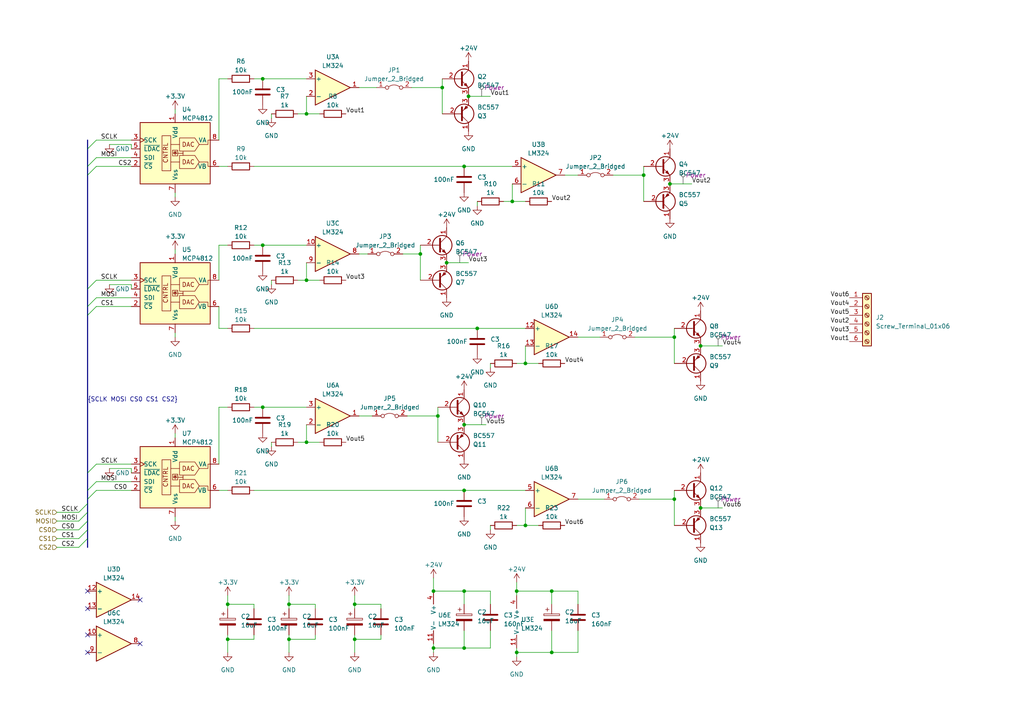
<source format=kicad_sch>
(kicad_sch (version 20230121) (generator eeschema)
  (paper "A4")
  (title_block (title "cpumeter") (rev "v02") (comment 3 "License CC BY 4.0") (comment 4 "Jonas Berg"))
  (lib_symbols
    (symbol "Amplifier_Operational:LM324" (pin_names (offset 0.127))
      (property "Reference" "U" (at 0 5.08 0))
      (property "Value" "LM324" (at 0 -5.08 0))
      (symbol "LM324_1_1"
        (polyline (pts (xy -5.08 5.08) (xy 5.08 0) (xy -5.08 -5.08) (xy -5.08 5.08)) (stroke (width 0.254)) (fill (type background)))
        (pin output line (at 7.62 0 180) (length 2.54) (name "~") (number "1"))
        (pin input line (at -7.62 -2.54 0) (length 2.54) (name "-") (number "2"))
        (pin input line (at -7.62 2.54 0) (length 2.54) (name "+") (number "3"))
      )
      (symbol "LM324_2_1"
        (polyline (pts (xy -5.08 5.08) (xy 5.08 0) (xy -5.08 -5.08) (xy -5.08 5.08)) (stroke (width 0.254)) (fill (type background)))
        (pin input line (at -7.62 2.54 0) (length 2.54) (name "+") (number "5"))
        (pin input line (at -7.62 -2.54 0) (length 2.54) (name "-") (number "6"))
        (pin output line (at 7.62 0 180) (length 2.54) (name "~") (number "7"))
      )
      (symbol "LM324_3_1"
        (polyline (pts (xy -5.08 5.08) (xy 5.08 0) (xy -5.08 -5.08) (xy -5.08 5.08)) (stroke (width 0.254)) (fill (type background)))
        (pin input line (at -7.62 2.54 0) (length 2.54) (name "+") (number "10"))
        (pin output line (at 7.62 0 180) (length 2.54) (name "~") (number "8"))
        (pin input line (at -7.62 -2.54 0) (length 2.54) (name "-") (number "9"))
      )
      (symbol "LM324_4_1"
        (polyline (pts (xy -5.08 5.08) (xy 5.08 0) (xy -5.08 -5.08) (xy -5.08 5.08)) (stroke (width 0.254)) (fill (type background)))
        (pin input line (at -7.62 2.54 0) (length 2.54) (name "+") (number "12"))
        (pin input line (at -7.62 -2.54 0) (length 2.54) (name "-") (number "13"))
        (pin output line (at 7.62 0 180) (length 2.54) (name "~") (number "14"))
      )
      (symbol "LM324_5_1"
        (pin power_in line (at -2.54 -7.62 90) (length 3.81) (name "V-") (number "11"))
        (pin power_in line (at -2.54 7.62 270) (length 3.81) (name "V+") (number "4"))
      )
    )
    (symbol "Analog_DAC:MCP4812" (pin_names (offset 1.016))
      (property "Reference" "U" (at -2.54 10.795 0))
      (property "Value" "MCP4812" (at -2.54 8.89 0))
      (symbol "MCP4812_0_0"
        (polyline (pts (xy 0 -1.778) (xy 0 -0.635)))
        (polyline (pts (xy 0.381 -0.889) (xy 0.508 -0.762)))
        (polyline (pts (xy 2.286 -1.143) (xy 2.286 -1.905)))
        (polyline (pts (xy 0.381 -0.889) (xy -0.381 -0.889) (xy -0.508 -1.016)))
        (polyline (pts (xy 0.762 -1.27) (xy 2.286 -1.27) (xy 2.286 -0.762)))
        (polyline (pts (xy 0 -0.889) (xy 0.508 -1.397) (xy -0.508 -1.397) (xy 0 -0.889)))
        (polyline (pts (xy 6.985 -3.81) (xy 9.525 -3.81) (xy 9.525 -5.08) (xy 10.16 -5.08)))
        (polyline (pts (xy 6.985 1.27) (xy 9.525 1.27) (xy 9.525 2.54) (xy 10.16 2.54)))
        (rectangle (start 0.762 -0.381) (end -0.762 -2.032))
        (text "CNTRL" (at -2.032 -4.191 900) (effects (font (size 1.27 1.27)) (justify left bottom)))
        (text "DAC" (at 3.81 -3.81 0) (effects (font (size 1.27 1.27))))
        (text "DAC" (at 3.81 1.27 0) (effects (font (size 1.27 1.27))))
      )
      (symbol "MCP4812_0_1"
        (rectangle (start -10.16 7.62) (end 10.16 -10.16) (stroke (width 0.254)) (fill (type background)))
        (rectangle (start -1.27 -6.35) (end -3.81 3.81))
        (polyline (pts (xy 1.27 -3.81) (xy -1.27 -3.81)))
        (polyline (pts (xy 1.27 1.27) (xy -1.27 1.27)))
        (polyline (pts (xy 6.985 -3.81) (xy 5.715 -1.905) (xy 1.27 -1.905) (xy 1.27 -5.715) (xy 5.715 -5.715) (xy 6.985 -3.81)))
        (polyline (pts (xy 6.985 1.27) (xy 5.715 3.175) (xy 1.27 3.175) (xy 1.27 -0.635) (xy 5.715 -0.635) (xy 6.985 1.27)))
      )
      (symbol "MCP4812_1_1"
        (pin power_in line (at 0 10.16 270) (length 2.54) (name "Vdd") (number "1"))
        (pin input line (at -12.7 -5.08 0) (length 2.54) (name "~{CS}") (number "2"))
        (pin input clock (at -12.7 2.54 0) (length 2.54) (name "SCK") (number "3"))
        (pin input line (at -12.7 -2.54 0) (length 2.54) (name "SDI") (number "4"))
        (pin input line (at -12.7 0 0) (length 2.54) (name "~{LDAC}") (number "5"))
        (pin output line (at 12.7 -5.08 180) (length 2.54) (name "VB") (number "6"))
        (pin power_in line (at 0 -12.7 90) (length 2.54) (name "Vss") (number "7"))
        (pin output line (at 12.7 2.54 180) (length 2.54) (name "VA") (number "8"))
      )
    )
    (symbol "Connector:Screw_Terminal_01x06" (pin_names (offset 1.016) hide)
      (property "Reference" "J" (at 0 7.62 0))
      (property "Value" "Screw_Terminal_01x06" (at 0 -10.16 0))
      (symbol "Screw_Terminal_01x06_1_1"
        (rectangle (start -1.27 6.35) (end 1.27 -8.89) (stroke (width 0.254)) (fill (type background)))
        (circle (center 0 -7.62) (radius 0.635) (stroke (width 0.1524)))
        (circle (center 0 -5.08) (radius 0.635) (stroke (width 0.1524)))
        (circle (center 0 -2.54) (radius 0.635) (stroke (width 0.1524)))
        (polyline (pts (xy -0.5334 -7.2898) (xy 0.3302 -8.128)) (stroke (width 0.1524)))
        (polyline (pts (xy -0.5334 -4.7498) (xy 0.3302 -5.588)) (stroke (width 0.1524)))
        (polyline (pts (xy -0.5334 -2.2098) (xy 0.3302 -3.048)) (stroke (width 0.1524)))
        (polyline (pts (xy -0.5334 0.3302) (xy 0.3302 -0.508)) (stroke (width 0.1524)))
        (polyline (pts (xy -0.5334 2.8702) (xy 0.3302 2.032)) (stroke (width 0.1524)))
        (polyline (pts (xy -0.5334 5.4102) (xy 0.3302 4.572)) (stroke (width 0.1524)))
        (polyline (pts (xy -0.3556 -7.112) (xy 0.508 -7.9502)) (stroke (width 0.1524)))
        (polyline (pts (xy -0.3556 -4.572) (xy 0.508 -5.4102)) (stroke (width 0.1524)))
        (polyline (pts (xy -0.3556 -2.032) (xy 0.508 -2.8702)) (stroke (width 0.1524)))
        (polyline (pts (xy -0.3556 0.508) (xy 0.508 -0.3302)) (stroke (width 0.1524)))
        (polyline (pts (xy -0.3556 3.048) (xy 0.508 2.2098)) (stroke (width 0.1524)))
        (polyline (pts (xy -0.3556 5.588) (xy 0.508 4.7498)) (stroke (width 0.1524)))
        (circle (center 0 0) (radius 0.635) (stroke (width 0.1524)))
        (circle (center 0 2.54) (radius 0.635) (stroke (width 0.1524)))
        (circle (center 0 5.08) (radius 0.635) (stroke (width 0.1524)))
        (pin passive line (at -5.08 5.08 0) (length 3.81) (name "Pin_1") (number "1"))
        (pin passive line (at -5.08 2.54 0) (length 3.81) (name "Pin_2") (number "2"))
        (pin passive line (at -5.08 0 0) (length 3.81) (name "Pin_3") (number "3"))
        (pin passive line (at -5.08 -2.54 0) (length 3.81) (name "Pin_4") (number "4"))
        (pin passive line (at -5.08 -5.08 0) (length 3.81) (name "Pin_5") (number "5"))
        (pin passive line (at -5.08 -7.62 0) (length 3.81) (name "Pin_6") (number "6"))
      )
    )
    (symbol "Device:C" (pin_numbers hide) (pin_names (offset 0.254))
      (property "Reference" "C" (at 0.635 2.54 0))
      (property "Value" "C" (at 0.635 -2.54 0))
      (symbol "C_0_1"
        (polyline (pts (xy -2.032 -0.762) (xy 2.032 -0.762)) (stroke (width 0.508)))
        (polyline (pts (xy -2.032 0.762) (xy 2.032 0.762)) (stroke (width 0.508)))
      )
      (symbol "C_1_1"
        (pin passive line (at 0 3.81 270) (length 2.794) (name "~") (number "1"))
        (pin passive line (at 0 -3.81 90) (length 2.794) (name "~") (number "2"))
      )
    )
    (symbol "Device:C_Polarized" (pin_numbers hide) (pin_names (offset 0.254))
      (property "Reference" "C" (at 0.635 2.54 0))
      (property "Value" "C_Polarized" (at 0.635 -2.54 0))
      (symbol "C_Polarized_0_1"
        (rectangle (start -2.286 0.508) (end 2.286 1.016))
        (polyline (pts (xy -1.778 2.286) (xy -0.762 2.286)))
        (polyline (pts (xy -1.27 2.794) (xy -1.27 1.778)))
        (rectangle (start 2.286 -0.508) (end -2.286 -1.016) (fill (type outline)))
      )
      (symbol "C_Polarized_1_1"
        (pin passive line (at 0 3.81 270) (length 2.794) (name "~") (number "1"))
        (pin passive line (at 0 -3.81 90) (length 2.794) (name "~") (number "2"))
      )
    )
    (symbol "Device:R" (pin_numbers hide) (pin_names (offset 0))
      (property "Reference" "R" (at 2.032 0 90))
      (property "Value" "R" (at 0 0 90))
      (symbol "R_0_1"
        (rectangle (start -1.016 -2.54) (end 1.016 2.54) (stroke (width 0.254)))
      )
      (symbol "R_1_1"
        (pin passive line (at 0 3.81 270) (length 1.27) (name "~") (number "1"))
        (pin passive line (at 0 -3.81 90) (length 1.27) (name "~") (number "2"))
      )
    )
    (symbol "Jumper:Jumper_2_Bridged" (pin_names (offset 0) hide)
      (property "Reference" "JP" (at 0 1.905 0))
      (property "Value" "Jumper_2_Bridged" (at 0 -2.54 0))
      (symbol "Jumper_2_Bridged_0_0"
        (circle (center -2.032 0) (radius 0.508))
        (circle (center 2.032 0) (radius 0.508))
      )
      (symbol "Jumper_2_Bridged_0_1"
        (arc (start 1.524 0.254) (mid 0 0.762) (end -1.524 0.254))
      )
      (symbol "Jumper_2_Bridged_1_1"
        (pin passive line (at -5.08 0 0) (length 2.54) (name "A") (number "1"))
        (pin passive line (at 5.08 0 180) (length 2.54) (name "B") (number "2"))
      )
    )
    (symbol "Transistor_BJT:BC547" (pin_names (offset 0) hide)
      (property "Reference" "Q" (at 5.08 1.905 0))
      (property "Value" "BC547" (at 5.08 0 0))
      (symbol "BC547_0_1"
        (polyline (pts (xy 0 0) (xy 0.635 0)))
        (polyline (pts (xy 0.635 0.635) (xy 2.54 2.54)))
        (polyline (pts (xy 0.635 -0.635) (xy 2.54 -2.54) (xy 2.54 -2.54)))
        (polyline (pts (xy 0.635 1.905) (xy 0.635 -1.905) (xy 0.635 -1.905)) (stroke (width 0.508)))
        (polyline (pts (xy 1.27 -1.778) (xy 1.778 -1.27) (xy 2.286 -2.286) (xy 1.27 -1.778) (xy 1.27 -1.778)) (fill (type outline)))
        (circle (center 1.27 0) (radius 2.8194) (stroke (width 0.254)))
      )
      (symbol "BC547_1_1"
        (pin passive line (at 2.54 5.08 270) (length 2.54) (name "C") (number "1"))
        (pin input line (at -5.08 0 0) (length 5.08) (name "B") (number "2"))
        (pin passive line (at 2.54 -5.08 90) (length 2.54) (name "E") (number "3"))
      )
    )
    (symbol "Transistor_BJT:BC557" (pin_names (offset 0) hide)
      (property "Reference" "Q" (at 5.08 1.905 0))
      (property "Value" "BC557" (at 5.08 0 0))
      (symbol "BC557_0_1"
        (polyline (pts (xy 0.635 0.635) (xy 2.54 2.54)))
        (polyline (pts (xy 0.635 -0.635) (xy 2.54 -2.54) (xy 2.54 -2.54)))
        (polyline (pts (xy 0.635 1.905) (xy 0.635 -1.905) (xy 0.635 -1.905)) (stroke (width 0.508)))
        (polyline (pts (xy 2.286 -1.778) (xy 1.778 -2.286) (xy 1.27 -1.27) (xy 2.286 -1.778) (xy 2.286 -1.778)) (fill (type outline)))
        (circle (center 1.27 0) (radius 2.8194) (stroke (width 0.254)))
      )
      (symbol "BC557_1_1"
        (pin passive line (at 2.54 5.08 270) (length 2.54) (name "C") (number "1"))
        (pin input line (at -5.08 0 0) (length 5.715) (name "B") (number "2"))
        (pin passive line (at 2.54 -5.08 90) (length 2.54) (name "E") (number "3"))
      )
    )
    (symbol "power:+24V" (power) (pin_names (offset 0))
      (property "Value" "+24V" (at 0 3.556 0))
      (symbol "+24V_0_1"
        (polyline (pts (xy -0.762 1.27) (xy 0 2.54)))
        (polyline (pts (xy 0 0) (xy 0 2.54)))
        (polyline (pts (xy 0 2.54) (xy 0.762 1.27)))
      )
      (symbol "+24V_1_1"
        (pin power_in line (at 0 0 90) (length 0) hide (name "+24V") (number "1"))
      )
    )
    (symbol "power:+3.3V" (power) (pin_names (offset 0))
      (property "Value" "+3.3V" (at 0 3.556 0))
      (symbol "+3.3V_0_1"
        (polyline (pts (xy -0.762 1.27) (xy 0 2.54)))
        (polyline (pts (xy 0 0) (xy 0 2.54)))
        (polyline (pts (xy 0 2.54) (xy 0.762 1.27)))
      )
      (symbol "+3.3V_1_1"
        (pin power_in line (at 0 0 90) (length 0) hide (name "+3.3V") (number "1"))
      )
    )
    (symbol "power:GND" (power) (pin_names (offset 0))
      (property "Value" "GND" (at 0 -3.81 0))
      (symbol "GND_0_1"
        (polyline (pts (xy 0 0) (xy 0 -1.27) (xy 1.27 -1.27) (xy 0 -2.54) (xy -1.27 -1.27) (xy 0 -1.27)))
      )
      (symbol "GND_1_1"
        (pin power_in line (at 0 0 270) (length 0) hide (name "GND") (number "1"))
      )
    )
  )
  (junction (at 160.02 171.45))
  (junction (at 66.04 185.42))
  (junction (at 83.82 175.26))
  (junction (at 125.73 187.96))
  (junction (at 194.31 53.34))
  (junction (at 160.02 189.23))
  (junction (at 76.2 71.12))
  (junction (at 152.4 152.4))
  (junction (at 102.87 185.42))
  (junction (at 88.9 81.28))
  (junction (at 121.92 73.66))
  (junction (at 149.86 189.23))
  (junction (at 149.86 171.45))
  (junction (at 76.2 118.11))
  (junction (at 195.58 97.79))
  (junction (at 152.4 105.41))
  (junction (at 76.2 22.86))
  (junction (at 186.69 50.8))
  (junction (at 134.62 171.45))
  (junction (at 138.43 95.25))
  (junction (at 134.62 142.24))
  (junction (at 88.9 128.27))
  (junction (at 134.62 187.96))
  (junction (at 148.59 58.42))
  (junction (at 203.2 147.32))
  (junction (at 83.82 185.42))
  (junction (at 127 120.65))
  (junction (at 129.54 76.2))
  (junction (at 134.62 123.19))
  (junction (at 125.73 171.45))
  (junction (at 134.62 48.26))
  (junction (at 135.89 27.94))
  (junction (at 128.27 25.4))
  (junction (at 66.04 175.26))
  (junction (at 195.58 144.78))
  (junction (at 88.9 33.02))
  (junction (at 102.87 175.26))
  (junction (at 203.2 100.33))
  (no_connect (at 25.4 176.53))
  (no_connect (at 40.64 186.69))
  (no_connect (at 25.4 189.23))
  (no_connect (at 25.4 184.15))
  (no_connect (at 40.64 173.99))
  (no_connect (at 25.4 171.45))
  (bus_entry (at 25.4 137.16) (size 2.54 -2.54))
  (bus_entry (at 25.4 146.05) (size -2.54 2.54))
  (bus_entry (at 25.4 148.59) (size -2.54 2.54))
  (bus_entry (at 25.4 43.18) (size 2.54 -2.54))
  (bus_entry (at 25.4 153.67) (size -2.54 2.54))
  (bus_entry (at 25.4 91.44) (size 2.54 -2.54))
  (bus_entry (at 25.4 151.13) (size -2.54 2.54))
  (bus_entry (at 25.4 50.8) (size 2.54 -2.54))
  (bus_entry (at 25.4 88.9) (size 2.54 -2.54))
  (bus_entry (at 25.4 83.82) (size 2.54 -2.54))
  (bus_entry (at 25.4 144.78) (size 2.54 -2.54))
  (bus_entry (at 25.4 142.24) (size 2.54 -2.54))
  (bus_entry (at 25.4 156.21) (size -2.54 2.54))
  (bus_entry (at 25.4 48.26) (size 2.54 -2.54))
  (wire (pts (xy 149.86 187.96) (xy 149.86 189.23)))
  (wire (pts (xy 134.62 187.96) (xy 125.73 187.96)))
  (wire (pts (xy 63.5 22.86) (xy 66.04 22.86)))
  (bus (pts (xy 25.4 48.26) (xy 25.4 50.8)))
  (wire (pts (xy 125.73 167.64) (xy 125.73 171.45)))
  (wire (pts (xy 116.84 73.66) (xy 121.92 73.66)))
  (wire (pts (xy 63.5 40.64) (xy 63.5 22.86)))
  (wire (pts (xy 160.02 171.45) (xy 167.64 171.45)))
  (wire (pts (xy 78.74 128.27) (xy 78.74 129.54)))
  (wire (pts (xy 63.5 142.24) (xy 66.04 142.24)))
  (wire (pts (xy 125.73 171.45) (xy 134.62 171.45)))
  (wire (pts (xy 31.75 41.91) (xy 38.1 41.91)))
  (wire (pts (xy 63.5 71.12) (xy 66.04 71.12)))
  (bus (pts (xy 25.4 137.16) (xy 25.4 142.24)))
  (wire (pts (xy 203.2 147.32) (xy 209.55 147.32)))
  (wire (pts (xy 73.66 185.42) (xy 66.04 185.42)))
  (wire (pts (xy 63.5 118.11) (xy 66.04 118.11)))
  (wire (pts (xy 167.64 144.78) (xy 175.26 144.78)))
  (wire (pts (xy 152.4 100.33) (xy 152.4 105.41)))
  (wire (pts (xy 102.87 175.26) (xy 102.87 176.53)))
  (wire (pts (xy 149.86 189.23) (xy 149.86 190.5)))
  (wire (pts (xy 128.27 22.86) (xy 128.27 25.4)))
  (wire (pts (xy 27.94 45.72) (xy 38.1 45.72)))
  (wire (pts (xy 195.58 142.24) (xy 195.58 144.78)))
  (wire (pts (xy 66.04 185.42) (xy 66.04 189.23)))
  (wire (pts (xy 63.5 118.11) (xy 63.5 134.62)))
  (wire (pts (xy 88.9 33.02) (xy 92.71 33.02)))
  (wire (pts (xy 91.44 175.26) (xy 91.44 176.53)))
  (wire (pts (xy 83.82 172.72) (xy 83.82 175.26)))
  (bus (pts (xy 25.4 43.18) (xy 25.4 48.26)))
  (wire (pts (xy 110.49 184.15) (xy 110.49 185.42)))
  (wire (pts (xy 27.94 88.9) (xy 38.1 88.9)))
  (bus (pts (xy 25.4 88.9) (xy 25.4 91.44)))
  (wire (pts (xy 195.58 97.79) (xy 195.58 105.41)))
  (wire (pts (xy 27.94 48.26) (xy 38.1 48.26)))
  (wire (pts (xy 88.9 27.94) (xy 88.9 33.02)))
  (wire (pts (xy 16.51 156.21) (xy 22.86 156.21)))
  (wire (pts (xy 63.5 48.26) (xy 66.04 48.26)))
  (wire (pts (xy 149.86 152.4) (xy 152.4 152.4)))
  (wire (pts (xy 135.89 27.94) (xy 142.24 27.94)))
  (wire (pts (xy 110.49 185.42) (xy 102.87 185.42)))
  (wire (pts (xy 134.62 123.19) (xy 140.97 123.19)))
  (wire (pts (xy 86.36 33.02) (xy 88.9 33.02)))
  (bus (pts (xy 25.4 91.44) (xy 25.4 137.16)))
  (wire (pts (xy 142.24 182.88) (xy 142.24 187.96)))
  (wire (pts (xy 27.94 40.64) (xy 38.1 40.64)))
  (wire (pts (xy 50.8 149.86) (xy 50.8 151.13)))
  (wire (pts (xy 78.74 81.28) (xy 78.74 82.55)))
  (wire (pts (xy 134.62 182.88) (xy 134.62 187.96)))
  (bus (pts (xy 25.4 142.24) (xy 25.4 144.78)))
  (wire (pts (xy 195.58 144.78) (xy 195.58 152.4)))
  (wire (pts (xy 31.75 135.89) (xy 38.1 135.89)))
  (wire (pts (xy 184.15 97.79) (xy 195.58 97.79)))
  (wire (pts (xy 149.86 171.45) (xy 160.02 171.45)))
  (wire (pts (xy 127 120.65) (xy 127 128.27)))
  (wire (pts (xy 138.43 95.25) (xy 152.4 95.25)))
  (wire (pts (xy 38.1 82.55) (xy 38.1 83.82)))
  (wire (pts (xy 27.94 134.62) (xy 38.1 134.62)))
  (wire (pts (xy 63.5 95.25) (xy 66.04 95.25)))
  (wire (pts (xy 102.87 185.42) (xy 102.87 189.23)))
  (wire (pts (xy 125.73 186.69) (xy 125.73 187.96)))
  (wire (pts (xy 163.83 50.8) (xy 167.64 50.8)))
  (wire (pts (xy 152.4 147.32) (xy 152.4 152.4)))
  (wire (pts (xy 134.62 171.45) (xy 142.24 171.45)))
  (wire (pts (xy 86.36 81.28) (xy 88.9 81.28)))
  (wire (pts (xy 88.9 76.2) (xy 88.9 81.28)))
  (wire (pts (xy 63.5 81.28) (xy 63.5 71.12)))
  (wire (pts (xy 104.14 73.66) (xy 106.68 73.66)))
  (wire (pts (xy 127 118.11) (xy 127 120.65)))
  (wire (pts (xy 128.27 25.4) (xy 128.27 33.02)))
  (wire (pts (xy 16.51 158.75) (xy 22.86 158.75)))
  (wire (pts (xy 167.64 189.23) (xy 167.64 182.88)))
  (wire (pts (xy 167.64 171.45) (xy 167.64 175.26)))
  (wire (pts (xy 142.24 171.45) (xy 142.24 175.26)))
  (bus (pts (xy 25.4 146.05) (xy 25.4 148.59)))
  (wire (pts (xy 16.51 148.59) (xy 22.86 148.59)))
  (bus (pts (xy 25.4 151.13) (xy 25.4 153.67)))
  (wire (pts (xy 119.38 25.4) (xy 128.27 25.4)))
  (wire (pts (xy 177.8 50.8) (xy 186.69 50.8)))
  (wire (pts (xy 83.82 175.26) (xy 83.82 176.53)))
  (wire (pts (xy 102.87 175.26) (xy 110.49 175.26)))
  (wire (pts (xy 16.51 151.13) (xy 22.86 151.13)))
  (wire (pts (xy 194.31 53.34) (xy 200.66 53.34)))
  (wire (pts (xy 66.04 172.72) (xy 66.04 175.26)))
  (wire (pts (xy 186.69 50.8) (xy 186.69 58.42)))
  (wire (pts (xy 83.82 184.15) (xy 83.82 185.42)))
  (bus (pts (xy 25.4 156.21) (xy 25.4 158.75)))
  (wire (pts (xy 66.04 184.15) (xy 66.04 185.42)))
  (wire (pts (xy 27.94 86.36) (xy 38.1 86.36)))
  (wire (pts (xy 76.2 22.86) (xy 88.9 22.86)))
  (wire (pts (xy 104.14 120.65) (xy 107.95 120.65)))
  (wire (pts (xy 27.94 142.24) (xy 38.1 142.24)))
  (wire (pts (xy 104.14 25.4) (xy 109.22 25.4)))
  (bus (pts (xy 25.4 148.59) (xy 25.4 151.13)))
  (wire (pts (xy 203.2 100.33) (xy 209.55 100.33)))
  (wire (pts (xy 129.54 76.2) (xy 135.89 76.2)))
  (wire (pts (xy 91.44 185.42) (xy 83.82 185.42)))
  (wire (pts (xy 27.94 139.7) (xy 38.1 139.7)))
  (wire (pts (xy 142.24 187.96) (xy 134.62 187.96)))
  (wire (pts (xy 27.94 81.28) (xy 38.1 81.28)))
  (wire (pts (xy 38.1 41.91) (xy 38.1 43.18)))
  (wire (pts (xy 16.51 153.67) (xy 22.86 153.67)))
  (wire (pts (xy 149.86 168.91) (xy 149.86 171.45)))
  (wire (pts (xy 148.59 53.34) (xy 148.59 58.42)))
  (wire (pts (xy 110.49 175.26) (xy 110.49 176.53)))
  (wire (pts (xy 146.05 58.42) (xy 148.59 58.42)))
  (wire (pts (xy 88.9 81.28) (xy 92.71 81.28)))
  (wire (pts (xy 186.69 48.26) (xy 186.69 50.8)))
  (wire (pts (xy 149.86 189.23) (xy 160.02 189.23)))
  (wire (pts (xy 149.86 171.45) (xy 149.86 172.72)))
  (bus (pts (xy 25.4 144.78) (xy 25.4 146.05)))
  (wire (pts (xy 138.43 58.42) (xy 138.43 59.69)))
  (wire (pts (xy 73.66 175.26) (xy 73.66 176.53)))
  (wire (pts (xy 121.92 73.66) (xy 121.92 81.28)))
  (wire (pts (xy 102.87 172.72) (xy 102.87 175.26)))
  (wire (pts (xy 142.24 105.41) (xy 142.24 106.68)))
  (wire (pts (xy 142.24 152.4) (xy 142.24 153.67)))
  (wire (pts (xy 50.8 96.52) (xy 50.8 97.79)))
  (wire (pts (xy 134.62 171.45) (xy 134.62 175.26)))
  (wire (pts (xy 73.66 184.15) (xy 73.66 185.42)))
  (wire (pts (xy 88.9 128.27) (xy 92.71 128.27)))
  (wire (pts (xy 50.8 31.75) (xy 50.8 33.02)))
  (wire (pts (xy 73.66 118.11) (xy 76.2 118.11)))
  (wire (pts (xy 134.62 142.24) (xy 152.4 142.24)))
  (wire (pts (xy 160.02 189.23) (xy 167.64 189.23)))
  (wire (pts (xy 118.11 120.65) (xy 127 120.65)))
  (bus (pts (xy 25.4 40.64) (xy 25.4 43.18)))
  (wire (pts (xy 38.1 135.89) (xy 38.1 137.16)))
  (wire (pts (xy 73.66 142.24) (xy 134.62 142.24)))
  (wire (pts (xy 76.2 71.12) (xy 88.9 71.12)))
  (wire (pts (xy 125.73 187.96) (xy 125.73 189.23)))
  (wire (pts (xy 76.2 118.11) (xy 88.9 118.11)))
  (bus (pts (xy 25.4 153.67) (xy 25.4 156.21)))
  (wire (pts (xy 152.4 152.4) (xy 156.21 152.4)))
  (wire (pts (xy 78.74 33.02) (xy 78.74 34.29)))
  (wire (pts (xy 66.04 175.26) (xy 73.66 175.26)))
  (wire (pts (xy 50.8 55.88) (xy 50.8 57.15)))
  (wire (pts (xy 195.58 95.25) (xy 195.58 97.79)))
  (wire (pts (xy 73.66 71.12) (xy 76.2 71.12)))
  (wire (pts (xy 50.8 72.39) (xy 50.8 73.66)))
  (wire (pts (xy 134.62 48.26) (xy 148.59 48.26)))
  (wire (pts (xy 73.66 48.26) (xy 134.62 48.26)))
  (wire (pts (xy 73.66 95.25) (xy 138.43 95.25)))
  (wire (pts (xy 167.64 97.79) (xy 173.99 97.79)))
  (wire (pts (xy 185.42 144.78) (xy 195.58 144.78)))
  (wire (pts (xy 83.82 185.42) (xy 83.82 189.23)))
  (wire (pts (xy 50.8 125.73) (xy 50.8 127)))
  (wire (pts (xy 66.04 175.26) (xy 66.04 176.53)))
  (wire (pts (xy 86.36 128.27) (xy 88.9 128.27)))
  (bus (pts (xy 25.4 50.8) (xy 25.4 83.82)))
  (wire (pts (xy 73.66 22.86) (xy 76.2 22.86)))
  (wire (pts (xy 152.4 105.41) (xy 156.21 105.41)))
  (wire (pts (xy 63.5 88.9) (xy 63.5 95.25)))
  (wire (pts (xy 102.87 184.15) (xy 102.87 185.42)))
  (wire (pts (xy 121.92 71.12) (xy 121.92 73.66)))
  (wire (pts (xy 160.02 171.45) (xy 160.02 175.26)))
  (wire (pts (xy 88.9 123.19) (xy 88.9 128.27)))
  (wire (pts (xy 148.59 58.42) (xy 152.4 58.42)))
  (wire (pts (xy 91.44 184.15) (xy 91.44 185.42)))
  (wire (pts (xy 83.82 175.26) (xy 91.44 175.26)))
  (wire (pts (xy 31.75 82.55) (xy 38.1 82.55)))
  (wire (pts (xy 160.02 189.23) (xy 160.02 182.88)))
  (wire (pts (xy 149.86 105.41) (xy 152.4 105.41)))
  (bus (pts (xy 25.4 83.82) (xy 25.4 88.9)))
  (label "Vout5" (at 246.38 91.44 180))
  (label "CS1" (at 17.78 156.21 0))
  (label "Vout5" (at 100.33 128.27 0))
  (label "Vout1" (at 100.33 33.02 0))
  (label "Vout6" (at 163.83 152.4 0))
  (label "Vout6" (at 246.38 86.36 180))
  (label "Vout6" (at 209.55 147.32 0))
  (label "MOSI" (at 17.78 151.13 0))
  (label "SCLK" (at 17.78 148.59 0))
  (label "MOSI" (at 29.21 86.36 0))
  (label "Vout3" (at 135.89 76.2 0))
  (label "Vout3" (at 100.33 81.28 0))
  (label "CS2" (at 17.78 158.75 0))
  (label "Vout5" (at 140.97 123.19 0))
  (label "CS1" (at 29.21 88.9 0))
  (label "SCLK" (at 29.21 134.62 0))
  (label "Vout2" (at 246.38 93.98 180))
  (label "SCLK" (at 29.21 40.64 0))
  (label "CS0" (at 33.02 142.24 0))
  (label "Vout1" (at 246.38 99.06 180))
  (label "Vout2" (at 200.66 53.34 0))
  (label "CS0" (at 17.78 153.67 0))
  (label "CS2" (at 34.29 48.26 0))
  (label "Vout4" (at 163.83 105.41 0))
  (label "MOSI" (at 29.21 139.7 0))
  (label "{SCLK MOSI CS0 CS1 CS2}" (at 25.4 116.84 0))
  (label "Vout4" (at 246.38 88.9 180))
  (label "Vout2" (at 160.02 58.42 0))
  (label "MOSI" (at 29.21 45.72 0))
  (label "Vout1" (at 142.24 27.94 0))
  (label "Vout4" (at 209.55 100.33 0))
  (label "SCLK" (at 29.21 81.28 0))
  (label "Vout3" (at 246.38 96.52 180))
  (hierarchical_label "MOSI" (shape input) (at 16.51 151.13 180))
  (hierarchical_label "CS0" (shape input) (at 16.51 153.67 180))
  (hierarchical_label "CS1" (shape input) (at 16.51 156.21 180))
  (hierarchical_label "SCLK" (shape input) (at 16.51 148.59 180))
  (hierarchical_label "CS2" (shape input) (at 16.51 158.75 180))
  (netclass_flag "" (length 2.54) (shape round) (at 208.28 147.32 0) (property "Netclass" "Power" (at 208.9785 144.78 0) (effects (font italic) (justify left))))
  (netclass_flag "" (length 2.54) (shape round) (at 139.7 27.94 0) (property "Netclass" "Power" (at 140.3985 25.4 0) (effects (font italic) (justify left))))
  (netclass_flag "" (length 2.54) (shape round) (at 198.12 53.34 0) (property "Netclass" "Power" (at 198.8185 50.8 0) (effects (font italic) (justify left))))
  (netclass_flag "" (length 2.54) (shape round) (at 208.28 100.33 0) (property "Netclass" "Power" (at 208.9785 97.79 0) (effects (font italic) (justify left))))
  (netclass_flag "" (length 2.54) (shape round) (at 133.35 76.2 0) (property "Netclass" "Power" (at 134.0485 73.66 0) (effects (font italic) (justify left))))
  (netclass_flag "" (length 2.54) (shape round) (at 139.7 123.19 0) (property "Netclass" "Power" (at 140.3985 120.65 0) (effects (font italic) (justify left))))
  (symbol (lib_id "Amplifier_Operational:LM324") (at 152.4 180.34 0) (unit 5)
    (property "Reference" "U3" (at 151.13 179.705 0) (effects (justify left)))
    (property "Value" "LM324" (at 151.13 182.245 0) (effects (justify left)))
    (property "Footprint" "Package_DIP:DIP-14_W7.62mm" (effects hide))
    (property "Datasheet" "http://www.ti.com/lit/ds/symlink/lm2902-n.pdf" (effects hide))
  )
  (symbol (lib_id "Transistor_BJT:BC547") (at 132.08 118.11 0) (unit 1)
    (property "Reference" "Q10" (at 137.16 117.475 0) (effects (justify left)))
    (property "Value" "BC547" (at 137.16 120.015 0) (effects (justify left)))
    (property "Footprint" "Package_TO_SOT_THT:TO-92L_Wide" (effects hide))
    (property "Datasheet" "https://www.onsemi.com/pub/Collateral/BC550-D.pdf" (effects hide))
  )
  (symbol (lib_id "power:+24V") (at 149.86 168.91 0) (unit 1)
    (property "Reference" "#PWR054" (effects hide))
    (property "Value" "+24V" (at 149.86 165.1 0))
  )
  (symbol (lib_id "power:GND") (at 76.2 30.48 0) (unit 1)
    (property "Reference" "#PWR021" (effects hide))
    (property "Value" "GND" (at 76.2 35.56 0))
  )
  (symbol (lib_id "Transistor_BJT:BC557") (at 200.66 105.41 0) (mirror x) (unit 1)
    (property "Reference" "Q9" (at 205.74 106.045 0) (effects (justify left)))
    (property "Value" "BC557" (at 205.74 103.505 0) (effects (justify left)))
    (property "Footprint" "Package_TO_SOT_THT:TO-92L_Wide" (effects hide))
    (property "Datasheet" "https://www.onsemi.com/pub/Collateral/BC556BTA-D.pdf" (effects hide))
  )
  (symbol (lib_id "power:+24V") (at 134.62 113.03 0) (unit 1)
    (property "Reference" "#PWR042" (effects hide))
    (property "Value" "+24V" (at 134.62 109.22 0))
  )
  (symbol (lib_id "Device:C_Polarized") (at 134.62 179.07 0) (unit 1)
    (property "Reference" "C2" (at 138.43 177.546 0) (effects (justify left)))
    (property "Value" "16uF" (at 138.43 180.086 0) (effects (justify left)))
    (property "Footprint" "Capacitor_THT:CP_Radial_D5.0mm_P2.50mm" (effects hide))
    (instances (project "cpumeter" (path "" (reference "C2") (unit 1)) (path "" (reference "C2") (unit 1)) (path "" (reference "C10") (unit 1))))
  )
  (symbol (lib_id "Transistor_BJT:BC557") (at 200.66 152.4 0) (mirror x) (unit 1)
    (property "Reference" "Q13" (at 205.74 153.035 0) (effects (justify left)))
    (property "Value" "BC557" (at 205.74 150.495 0) (effects (justify left)))
    (property "Footprint" "Package_TO_SOT_THT:TO-92L_Wide" (effects hide))
    (property "Datasheet" "https://www.onsemi.com/pub/Collateral/BC556BTA-D.pdf" (effects hide))
  )
  (symbol (lib_id "Device:C") (at 91.44 180.34 0) (unit 1)
    (property "Reference" "C3" (at 95.25 179.705 0) (effects (justify left)))
    (property "Value" "100nF" (at 95.25 182.245 0) (effects (justify left)))
    (property "Footprint" "Capacitor_THT:C_Disc_D6.0mm_W2.5mm_P5.00mm" (effects hide))
    (instances (project "cpumeter" (path "" (reference "C3") (unit 1)) (path "" (reference "C3") (unit 1)) (path "" (reference "C17") (unit 1))))
  )
  (symbol (lib_id "Device:R") (at 160.02 105.41 90) (unit 1)
    (property "Reference" "R17" (at 160.02 100.33 90))
    (property "Value" "10k" (at 160.02 102.87 90))
    (property "Footprint" "Resistor_THT:R_Axial_DIN0207_L6.3mm_D2.5mm_P10.16mm_Horizontal" (effects hide))
  )
  (symbol (lib_id "power:+24V") (at 203.2 90.17 0) (unit 1)
    (property "Reference" "#PWR037" (effects hide))
    (property "Value" "+24V" (at 203.2 86.36 0))
  )
  (symbol (lib_id "power:GND") (at 142.24 106.68 0) (unit 1)
    (property "Reference" "#PWR040" (effects hide))
    (property "Value" "GND" (at 142.24 111.76 0))
  )
  (symbol (lib_id "Amplifier_Operational:LM324") (at 33.02 173.99 0) (unit 4)
    (property "Reference" "U3" (at 33.02 165.1 0))
    (property "Value" "LM324" (at 33.02 167.64 0))
    (property "Footprint" "Package_DIP:DIP-14_W7.62mm" (effects hide))
    (property "Datasheet" "http://www.ti.com/lit/ds/symlink/lm2902-n.pdf" (effects hide))
  )
  (symbol (lib_id "power:GND") (at 138.43 59.69 0) (unit 1)
    (property "Reference" "#PWR029" (effects hide))
    (property "Value" "GND" (at 138.43 64.77 0))
  )
  (symbol (lib_id "Device:C") (at 76.2 26.67 0) (unit 1)
    (property "Reference" "C3" (at 80.01 26.035 0) (effects (justify left)))
    (property "Value" "100nF" (at 67.31 26.67 0) (effects (justify left)))
    (property "Footprint" "Capacitor_THT:C_Disc_D6.0mm_W2.5mm_P5.00mm" (effects hide))
    (instances (project "cpumeter" (path "" (reference "C3") (unit 1)) (path "" (reference "C3") (unit 1)) (path "" (reference "C4") (unit 1))))
  )
  (symbol (lib_id "power:+3.3V") (at 50.8 125.73 0) (unit 1)
    (property "Reference" "#PWR043" (effects hide))
    (property "Value" "+3.3V" (at 50.8 121.92 0))
  )
  (symbol (lib_id "Device:C") (at 76.2 74.93 0) (unit 1)
    (property "Reference" "C3" (at 80.01 74.295 0) (effects (justify left)))
    (property "Value" "100nF" (at 67.31 74.93 0) (effects (justify left)))
    (property "Footprint" "Capacitor_THT:C_Disc_D6.0mm_W2.5mm_P5.00mm" (effects hide))
    (instances (project "cpumeter" (path "" (reference "C3") (unit 1)) (path "" (reference "C3") (unit 1)) (path "" (reference "C6") (unit 1))))
  )
  (symbol (lib_id "Device:C") (at 110.49 180.34 0) (unit 1)
    (property "Reference" "C3" (at 114.3 179.705 0) (effects (justify left)))
    (property "Value" "100nF" (at 114.3 182.245 0) (effects (justify left)))
    (property "Footprint" "Capacitor_THT:C_Disc_D6.0mm_W2.5mm_P5.00mm" (effects hide))
    (instances (project "cpumeter" (path "" (reference "C3") (unit 1)) (path "" (reference "C3") (unit 1)) (path "" (reference "C19") (unit 1))))
  )
  (symbol (lib_id "Device:C_Polarized") (at 160.02 179.07 0) (unit 1)
    (property "Reference" "C2" (at 163.83 177.546 0) (effects (justify left)))
    (property "Value" "16uF" (at 163.83 180.086 0) (effects (justify left)))
    (property "Footprint" "Capacitor_THT:CP_Radial_D5.0mm_P2.50mm" (effects hide))
    (instances (project "cpumeter" (path "" (reference "C2") (unit 1)) (path "" (reference "C2") (unit 1)) (path "" (reference "C12") (unit 1))))
  )
  (symbol (lib_id "Device:R") (at 156.21 58.42 90) (unit 1)
    (property "Reference" "R11" (at 156.21 53.34 90))
    (property "Value" "10k" (at 156.21 55.88 90))
    (property "Footprint" "Resistor_THT:R_Axial_DIN0207_L6.3mm_D2.5mm_P10.16mm_Horizontal" (effects hide))
  )
  (symbol (lib_id "Transistor_BJT:BC547") (at 133.35 22.86 0) (unit 1)
    (property "Reference" "Q2" (at 138.43 22.225 0) (effects (justify left)))
    (property "Value" "BC547" (at 138.43 24.765 0) (effects (justify left)))
    (property "Footprint" "Package_TO_SOT_THT:TO-92L_Wide" (effects hide))
    (property "Datasheet" "https://www.onsemi.com/pub/Collateral/BC550-D.pdf" (effects hide))
  )
  (symbol (lib_id "power:GND") (at 66.04 189.23 0) (unit 1)
    (property "Reference" "#PWR058" (effects hide))
    (property "Value" "GND" (at 66.04 194.31 0))
  )
  (symbol (lib_id "power:+24V") (at 129.54 66.04 0) (unit 1)
    (property "Reference" "#PWR031" (effects hide))
    (property "Value" "+24V" (at 129.54 62.23 0))
  )
  (symbol (lib_id "Amplifier_Operational:LM324") (at 96.52 73.66 0) (unit 3)
    (property "Reference" "U3" (at 96.52 64.77 0))
    (property "Value" "LM324" (at 96.52 67.31 0))
    (property "Footprint" "Package_DIP:DIP-14_W7.62mm" (effects hide))
    (property "Datasheet" "http://www.ti.com/lit/ds/symlink/lm2902-n.pdf" (effects hide))
  )
  (symbol (lib_id "power:+3.3V") (at 50.8 31.75 0) (unit 1)
    (property "Reference" "#PWR022" (effects hide))
    (property "Value" "+3.3V" (at 50.8 27.94 0))
  )
  (symbol (lib_id "Jumper:Jumper_2_Bridged") (at 113.03 120.65 0) (unit 1)
    (property "Reference" "JP5" (at 113.03 115.57 0))
    (property "Value" "Jumper_2_Bridged" (at 113.03 118.11 0))
    (property "Footprint" "TestPoint:TestPoint_2Pads_Pitch2.54mm_Drill0.8mm" (effects hide))
  )
  (symbol (lib_id "power:GND") (at 78.74 82.55 0) (unit 1)
    (property "Reference" "#PWR035" (effects hide))
    (property "Value" "GND" (at 78.74 87.63 0))
  )
  (symbol (lib_id "Device:R") (at 142.24 58.42 90) (unit 1)
    (property "Reference" "R10" (at 142.24 53.34 90))
    (property "Value" "1k" (at 142.24 55.88 90))
    (property "Footprint" "Resistor_THT:R_Axial_DIN0207_L6.3mm_D2.5mm_P10.16mm_Horizontal" (effects hide))
  )
  (symbol (lib_id "power:GND") (at 50.8 57.15 0) (unit 1)
    (property "Reference" "#PWR028" (effects hide))
    (property "Value" "GND" (at 50.8 62.23 0))
  )
  (symbol (lib_id "Amplifier_Operational:LM324") (at 33.02 186.69 0) (unit 3)
    (property "Reference" "U6" (at 33.02 177.8 0))
    (property "Value" "LM324" (at 33.02 180.34 0))
    (property "Footprint" "Package_DIP:DIP-14_W7.62mm" (effects hide))
    (property "Datasheet" "http://www.ti.com/lit/ds/symlink/lm2902-n.pdf" (effects hide))
  )
  (symbol (lib_id "Device:C_Polarized") (at 83.82 180.34 0) (unit 1)
    (property "Reference" "C2" (at 87.63 178.816 0) (effects (justify left)))
    (property "Value" "10uF" (at 87.63 181.356 0) (effects (justify left)))
    (property "Footprint" "Capacitor_THT:CP_Radial_D5.0mm_P2.50mm" (effects hide))
    (instances (project "cpumeter" (path "" (reference "C2") (unit 1)) (path "" (reference "C2") (unit 1)) (path "" (reference "C16") (unit 1))))
  )
  (symbol (lib_id "Connector:Screw_Terminal_01x06") (at 251.46 91.44 0) (unit 1)
    (property "Reference" "J2" (at 254 92.075 0) (effects (justify left)))
    (property "Value" "Screw_Terminal_01x06" (at 254 94.615 0) (effects (justify left)))
    (property "Footprint" "TerminalBlock_Phoenix:TerminalBlock_Phoenix_MKDS-1,5-6_1x06_P5.00mm_Horizontal" (effects hide))
  )
  (symbol (lib_id "power:+24V") (at 203.2 137.16 0) (unit 1)
    (property "Reference" "#PWR048" (effects hide))
    (property "Value" "+24V" (at 203.2 133.35 0))
  )
  (symbol (lib_id "Jumper:Jumper_2_Bridged") (at 180.34 144.78 0) (unit 1)
    (property "Reference" "JP6" (at 180.34 139.7 0))
    (property "Value" "Jumper_2_Bridged" (at 180.34 142.24 0))
    (property "Footprint" "TestPoint:TestPoint_2Pads_Pitch2.54mm_Drill0.8mm" (effects hide))
  )
  (symbol (lib_id "Device:C") (at 167.64 179.07 0) (unit 1)
    (property "Reference" "C3" (at 171.45 178.435 0) (effects (justify left)))
    (property "Value" "160nF" (at 171.45 180.975 0) (effects (justify left)))
    (property "Footprint" "Capacitor_THT:C_Disc_D6.0mm_W2.5mm_P5.00mm" (effects hide))
    (instances (project "cpumeter" (path "" (reference "C3") (unit 1)) (path "" (reference "C3") (unit 1)) (path "" (reference "C13") (unit 1))))
  )
  (symbol (lib_id "Device:R") (at 82.55 81.28 90) (unit 1)
    (property "Reference" "R13" (at 82.55 76.2 90))
    (property "Value" "1k" (at 82.55 78.74 90))
    (property "Footprint" "Resistor_THT:R_Axial_DIN0207_L6.3mm_D2.5mm_P10.16mm_Horizontal" (effects hide))
  )
  (symbol (lib_id "power:GND") (at 50.8 151.13 0) (unit 1)
    (property "Reference" "#PWR050" (effects hide))
    (property "Value" "GND" (at 50.8 156.21 0))
  )
  (symbol (lib_id "power:GND") (at 78.74 34.29 0) (unit 1)
    (property "Reference" "#PWR023" (effects hide))
    (property "Value" "GND" (at 78.74 39.37 0))
  )
  (symbol (lib_id "power:+3.3V") (at 83.82 172.72 0) (unit 1)
    (property "Reference" "#PWR056" (effects hide))
    (property "Value" "+3.3V" (at 83.82 168.91 0))
  )
  (symbol (lib_id "power:+24V") (at 194.31 43.18 0) (unit 1)
    (property "Reference" "#PWR026" (effects hide))
    (property "Value" "+24V" (at 194.31 39.37 0))
  )
  (symbol (lib_id "power:+3.3V") (at 66.04 172.72 0) (unit 1)
    (property "Reference" "#PWR055" (effects hide))
    (property "Value" "+3.3V" (at 66.04 168.91 0))
  )
  (symbol (lib_id "power:GND") (at 31.75 82.55 0) (unit 1)
    (property "Reference" "#PWR034" (effects hide))
    (property "Value" "GND" (at 35.56 83.82 0))
  )
  (symbol (lib_id "power:+3.3V") (at 50.8 72.39 0) (unit 1)
    (property "Reference" "#PWR032" (effects hide))
    (property "Value" "+3.3V" (at 50.8 68.58 0))
  )
  (symbol (lib_id "power:GND") (at 135.89 38.1 0) (unit 1)
    (property "Reference" "#PWR024" (effects hide))
    (property "Value" "GND" (at 135.89 43.18 0))
  )
  (symbol (lib_id "power:+24V") (at 125.73 167.64 0) (unit 1)
    (property "Reference" "#PWR053" (effects hide))
    (property "Value" "+24V" (at 125.73 163.83 0))
  )
  (symbol (lib_id "Device:R") (at 96.52 128.27 90) (unit 1)
    (property "Reference" "R20" (at 96.52 123.19 90))
    (property "Value" "10k" (at 96.52 125.73 90))
    (property "Footprint" "Resistor_THT:R_Axial_DIN0207_L6.3mm_D2.5mm_P10.16mm_Horizontal" (effects hide))
  )
  (symbol (lib_id "power:GND") (at 134.62 149.86 0) (unit 1)
    (property "Reference" "#PWR049" (effects hide))
    (property "Value" "GND" (at 134.62 154.94 0))
  )
  (symbol (lib_id "Device:R") (at 82.55 128.27 90) (unit 1)
    (property "Reference" "R19" (at 82.55 123.19 90))
    (property "Value" "1k" (at 82.55 125.73 90))
    (property "Footprint" "Resistor_THT:R_Axial_DIN0207_L6.3mm_D2.5mm_P10.16mm_Horizontal" (effects hide))
  )
  (symbol (lib_id "power:GND") (at 31.75 135.89 0) (unit 1)
    (property "Reference" "#PWR047" (effects hide))
    (property "Value" "GND" (at 35.56 137.16 0))
  )
  (symbol (lib_id "power:GND") (at 125.73 189.23 0) (unit 1)
    (property "Reference" "#PWR061" (effects hide))
    (property "Value" "GND" (at 125.73 194.31 0))
  )
  (symbol (lib_id "Device:C") (at 76.2 121.92 0) (unit 1)
    (property "Reference" "C3" (at 80.01 121.285 0) (effects (justify left)))
    (property "Value" "100nF" (at 67.31 121.92 0) (effects (justify left)))
    (property "Footprint" "Capacitor_THT:C_Disc_D6.0mm_W2.5mm_P5.00mm" (effects hide))
    (instances (project "cpumeter" (path "" (reference "C3") (unit 1)) (path "" (reference "C3") (unit 1)) (path "" (reference "C8") (unit 1))))
  )
  (symbol (lib_id "Jumper:Jumper_2_Bridged") (at 172.72 50.8 0) (unit 1)
    (property "Reference" "JP2" (at 172.72 45.72 0))
    (property "Value" "Jumper_2_Bridged" (at 172.72 48.26 0))
    (property "Footprint" "TestPoint:TestPoint_2Pads_Pitch2.54mm_Drill0.8mm" (effects hide))
  )
  (symbol (lib_id "power:GND") (at 203.2 110.49 0) (unit 1)
    (property "Reference" "#PWR041" (effects hide))
    (property "Value" "GND" (at 203.2 115.57 0))
  )
  (symbol (lib_id "Device:R") (at 96.52 81.28 90) (unit 1)
    (property "Reference" "R14" (at 96.52 76.2 90))
    (property "Value" "10k" (at 96.52 78.74 90))
    (property "Footprint" "Resistor_THT:R_Axial_DIN0207_L6.3mm_D2.5mm_P10.16mm_Horizontal" (effects hide))
  )
  (symbol (lib_id "Device:R") (at 146.05 105.41 90) (unit 1)
    (property "Reference" "R16" (at 146.05 100.33 90))
    (property "Value" "1k" (at 146.05 102.87 90))
    (property "Footprint" "Resistor_THT:R_Axial_DIN0207_L6.3mm_D2.5mm_P10.16mm_Horizontal" (effects hide))
  )
  (symbol (lib_id "Amplifier_Operational:LM324") (at 156.21 50.8 0) (unit 2)
    (property "Reference" "U3" (at 156.21 41.91 0))
    (property "Value" "LM324" (at 156.21 44.45 0))
    (property "Footprint" "Package_DIP:DIP-14_W7.62mm" (effects hide))
    (property "Datasheet" "http://www.ti.com/lit/ds/symlink/lm2902-n.pdf" (effects hide))
  )
  (symbol (lib_id "Amplifier_Operational:LM324") (at 96.52 25.4 0) (unit 1)
    (property "Reference" "U3" (at 96.52 16.51 0))
    (property "Value" "LM324" (at 96.52 19.05 0))
    (property "Footprint" "Package_DIP:DIP-14_W7.62mm" (effects hide))
    (property "Datasheet" "http://www.ti.com/lit/ds/symlink/lm2902-n.pdf" (effects hide))
  )
  (symbol (lib_id "Jumper:Jumper_2_Bridged") (at 111.76 73.66 0) (unit 1)
    (property "Reference" "JP3" (at 111.76 68.58 0))
    (property "Value" "Jumper_2_Bridged" (at 111.76 71.12 0))
    (property "Footprint" "TestPoint:TestPoint_2Pads_Pitch2.54mm_Drill0.8mm" (effects hide))
  )
  (symbol (lib_id "Transistor_BJT:BC557") (at 132.08 128.27 0) (mirror x) (unit 1)
    (property "Reference" "Q11" (at 137.16 128.905 0) (effects (justify left)))
    (property "Value" "BC557" (at 137.16 126.365 0) (effects (justify left)))
    (property "Footprint" "Package_TO_SOT_THT:TO-92L_Wide" (effects hide))
    (property "Datasheet" "https://www.onsemi.com/pub/Collateral/BC556BTA-D.pdf" (effects hide))
  )
  (symbol (lib_id "Device:R") (at 69.85 48.26 90) (unit 1)
    (property "Reference" "R9" (at 69.85 43.18 90))
    (property "Value" "10k" (at 69.85 45.72 90))
    (property "Footprint" "Resistor_THT:R_Axial_DIN0207_L6.3mm_D2.5mm_P10.16mm_Horizontal" (effects hide))
  )
  (symbol (lib_id "power:GND") (at 142.24 153.67 0) (unit 1)
    (property "Reference" "#PWR051" (effects hide))
    (property "Value" "GND" (at 142.24 158.75 0))
  )
  (symbol (lib_id "Amplifier_Operational:LM324") (at 96.52 120.65 0) (unit 1)
    (property "Reference" "U6" (at 96.52 111.76 0))
    (property "Value" "LM324" (at 96.52 114.3 0))
    (property "Footprint" "Package_DIP:DIP-14_W7.62mm" (effects hide))
    (property "Datasheet" "http://www.ti.com/lit/ds/symlink/lm2902-n.pdf" (effects hide))
  )
  (symbol (lib_id "Jumper:Jumper_2_Bridged") (at 114.3 25.4 0) (unit 1)
    (property "Reference" "JP1" (at 114.3 20.32 0))
    (property "Value" "Jumper_2_Bridged" (at 114.3 22.86 0))
    (property "Footprint" "TestPoint:TestPoint_2Pads_Pitch2.54mm_Drill0.8mm" (effects hide))
  )
  (symbol (lib_id "Amplifier_Operational:LM324") (at 128.27 179.07 0) (unit 5)
    (property "Reference" "U6" (at 127 178.435 0) (effects (justify left)))
    (property "Value" "LM324" (at 127 180.975 0) (effects (justify left)))
    (property "Footprint" "Package_DIP:DIP-14_W7.62mm" (effects hide))
    (property "Datasheet" "http://www.ti.com/lit/ds/symlink/lm2902-n.pdf" (effects hide))
  )
  (symbol (lib_id "Transistor_BJT:BC547") (at 127 71.12 0) (unit 1)
    (property "Reference" "Q6" (at 132.08 70.485 0) (effects (justify left)))
    (property "Value" "BC547" (at 132.08 73.025 0) (effects (justify left)))
    (property "Footprint" "Package_TO_SOT_THT:TO-92L_Wide" (effects hide))
    (property "Datasheet" "https://www.onsemi.com/pub/Collateral/BC550-D.pdf" (effects hide))
  )
  (symbol (lib_id "Transistor_BJT:BC547") (at 200.66 95.25 0) (unit 1)
    (property "Reference" "Q8" (at 205.74 94.615 0) (effects (justify left)))
    (property "Value" "BC547" (at 205.74 97.155 0) (effects (justify left)))
    (property "Footprint" "Package_TO_SOT_THT:TO-92L_Wide" (effects hide))
    (property "Datasheet" "https://www.onsemi.com/pub/Collateral/BC550-D.pdf" (effects hide))
  )
  (symbol (lib_id "Device:C") (at 142.24 179.07 0) (unit 1)
    (property "Reference" "C3" (at 146.05 178.435 0) (effects (justify left)))
    (property "Value" "160nF" (at 146.05 180.975 0) (effects (justify left)))
    (property "Footprint" "Capacitor_THT:C_Disc_D6.0mm_W2.5mm_P5.00mm" (effects hide))
    (instances (project "cpumeter" (path "" (reference "C3") (unit 1)) (path "" (reference "C3") (unit 1)) (path "" (reference "C11") (unit 1))))
  )
  (symbol (lib_id "Transistor_BJT:BC557") (at 191.77 58.42 0) (mirror x) (unit 1)
    (property "Reference" "Q5" (at 196.85 59.055 0) (effects (justify left)))
    (property "Value" "BC557" (at 196.85 56.515 0) (effects (justify left)))
    (property "Footprint" "Package_TO_SOT_THT:TO-92L_Wide" (effects hide))
    (property "Datasheet" "https://www.onsemi.com/pub/Collateral/BC556BTA-D.pdf" (effects hide))
  )
  (symbol (lib_id "Transistor_BJT:BC547") (at 200.66 142.24 0) (unit 1)
    (property "Reference" "Q12" (at 205.74 141.605 0) (effects (justify left)))
    (property "Value" "BC547" (at 205.74 144.145 0) (effects (justify left)))
    (property "Footprint" "Package_TO_SOT_THT:TO-92L_Wide" (effects hide))
    (property "Datasheet" "https://www.onsemi.com/pub/Collateral/BC550-D.pdf" (effects hide))
  )
  (symbol (lib_id "Amplifier_Operational:LM324") (at 160.02 97.79 0) (unit 4)
    (property "Reference" "U6" (at 160.02 88.9 0))
    (property "Value" "LM324" (at 160.02 91.44 0))
    (property "Footprint" "Package_DIP:DIP-14_W7.62mm" (effects hide))
    (property "Datasheet" "http://www.ti.com/lit/ds/symlink/lm2902-n.pdf" (effects hide))
  )
  (symbol (lib_id "Device:R") (at 69.85 118.11 90) (unit 1)
    (property "Reference" "R18" (at 69.85 113.03 90))
    (property "Value" "10k" (at 69.85 115.57 90))
    (property "Footprint" "Resistor_THT:R_Axial_DIN0207_L6.3mm_D2.5mm_P10.16mm_Horizontal" (effects hide))
  )
  (symbol (lib_id "power:GND") (at 134.62 133.35 0) (unit 1)
    (property "Reference" "#PWR046" (effects hide))
    (property "Value" "GND" (at 134.62 138.43 0))
  )
  (symbol (lib_id "Device:R") (at 69.85 22.86 90) (unit 1)
    (property "Reference" "R6" (at 69.85 17.78 90))
    (property "Value" "10k" (at 69.85 20.32 90))
    (property "Footprint" "Resistor_THT:R_Axial_DIN0207_L6.3mm_D2.5mm_P10.16mm_Horizontal" (effects hide))
  )
  (symbol (lib_id "power:GND") (at 138.43 102.87 0) (unit 1)
    (property "Reference" "#PWR039" (effects hide))
    (property "Value" "GND" (at 138.43 107.95 0))
  )
  (symbol (lib_id "Device:R") (at 146.05 152.4 90) (unit 1)
    (property "Reference" "R22" (at 146.05 147.32 90))
    (property "Value" "1k" (at 146.05 149.86 90))
    (property "Footprint" "Resistor_THT:R_Axial_DIN0207_L6.3mm_D2.5mm_P10.16mm_Horizontal" (effects hide))
  )
  (symbol (lib_id "Device:C_Polarized") (at 102.87 180.34 0) (unit 1)
    (property "Reference" "C2" (at 106.68 178.816 0) (effects (justify left)))
    (property "Value" "10uF" (at 106.68 181.356 0) (effects (justify left)))
    (property "Footprint" "Capacitor_THT:CP_Radial_D5.0mm_P2.50mm" (effects hide))
    (instances (project "cpumeter" (path "" (reference "C2") (unit 1)) (path "" (reference "C2") (unit 1)) (path "" (reference "C18") (unit 1))))
  )
  (symbol (lib_id "Device:C") (at 138.43 99.06 0) (unit 1)
    (property "Reference" "C3" (at 142.24 98.425 0) (effects (justify left)))
    (property "Value" "100nF" (at 129.54 99.06 0) (effects (justify left)))
    (property "Footprint" "Capacitor_THT:C_Disc_D6.0mm_W2.5mm_P5.00mm" (effects hide))
    (instances (project "cpumeter" (path "" (reference "C3") (unit 1)) (path "" (reference "C3") (unit 1)) (path "" (reference "C7") (unit 1))))
  )
  (symbol (lib_id "power:GND") (at 102.87 189.23 0) (unit 1)
    (property "Reference" "#PWR060" (effects hide))
    (property "Value" "GND" (at 102.87 194.31 0))
  )
  (symbol (lib_id "Device:C_Polarized") (at 66.04 180.34 0) (unit 1)
    (property "Reference" "C2" (at 69.85 178.816 0) (effects (justify left)))
    (property "Value" "10uF" (at 69.85 181.356 0) (effects (justify left)))
    (property "Footprint" "Capacitor_THT:CP_Radial_D5.0mm_P2.50mm" (effects hide))
    (instances (project "cpumeter" (path "" (reference "C2") (unit 1)) (path "" (reference "C2") (unit 1)) (path "" (reference "C14") (unit 1))))
  )
  (symbol (lib_id "power:GND") (at 149.86 190.5 0) (unit 1)
    (property "Reference" "#PWR062" (effects hide))
    (property "Value" "GND" (at 149.86 195.58 0))
  )
  (symbol (lib_id "Device:R") (at 82.55 33.02 90) (unit 1)
    (property "Reference" "R7" (at 82.55 27.94 90))
    (property "Value" "1k" (at 82.55 30.48 90))
    (property "Footprint" "Resistor_THT:R_Axial_DIN0207_L6.3mm_D2.5mm_P10.16mm_Horizontal" (effects hide))
  )
  (symbol (lib_id "Amplifier_Operational:LM324") (at 160.02 144.78 0) (unit 2)
    (property "Reference" "U6" (at 160.02 135.89 0))
    (property "Value" "LM324" (at 160.02 138.43 0))
    (property "Footprint" "Package_DIP:DIP-14_W7.62mm" (effects hide))
    (property "Datasheet" "http://www.ti.com/lit/ds/symlink/lm2902-n.pdf" (effects hide))
  )
  (symbol (lib_id "power:+3.3V") (at 102.87 172.72 0) (unit 1)
    (property "Reference" "#PWR057" (effects hide))
    (property "Value" "+3.3V" (at 102.87 168.91 0))
  )
  (symbol (lib_id "Device:R") (at 69.85 95.25 90) (unit 1)
    (property "Reference" "R15" (at 69.85 90.17 90))
    (property "Value" "10k" (at 69.85 92.71 90))
    (property "Footprint" "Resistor_THT:R_Axial_DIN0207_L6.3mm_D2.5mm_P10.16mm_Horizontal" (effects hide))
  )
  (symbol (lib_id "power:GND") (at 129.54 86.36 0) (unit 1)
    (property "Reference" "#PWR036" (effects hide))
    (property "Value" "GND" (at 129.54 91.44 0))
  )
  (symbol (lib_id "power:GND") (at 50.8 97.79 0) (unit 1)
    (property "Reference" "#PWR038" (effects hide))
    (property "Value" "GND" (at 50.8 102.87 0))
  )
  (symbol (lib_id "power:GND") (at 203.2 157.48 0) (unit 1)
    (property "Reference" "#PWR052" (effects hide))
    (property "Value" "GND" (at 203.2 162.56 0))
  )
  (symbol (lib_id "power:GND") (at 78.74 129.54 0) (unit 1)
    (property "Reference" "#PWR045" (effects hide))
    (property "Value" "GND" (at 78.74 134.62 0))
  )
  (symbol (lib_id "Device:R") (at 69.85 71.12 90) (unit 1)
    (property "Reference" "R12" (at 69.85 66.04 90))
    (property "Value" "10k" (at 69.85 68.58 90))
    (property "Footprint" "Resistor_THT:R_Axial_DIN0207_L6.3mm_D2.5mm_P10.16mm_Horizontal" (effects hide))
  )
  (symbol (lib_id "Device:R") (at 69.85 142.24 90) (unit 1)
    (property "Reference" "R21" (at 69.85 137.16 90))
    (property "Value" "10k" (at 69.85 139.7 90))
    (property "Footprint" "Resistor_THT:R_Axial_DIN0207_L6.3mm_D2.5mm_P10.16mm_Horizontal" (effects hide))
  )
  (symbol (lib_id "Analog_DAC:MCP4812") (at 50.8 137.16 0) (unit 1)
    (property "Reference" "U7" (at 52.7559 125.73 0) (effects (justify left)))
    (property "Value" "MCP4812" (at 52.7559 128.27 0) (effects (justify left)))
    (property "Footprint" "Package_DIP:DIP-8_W7.62mm" (effects hide))
    (property "Datasheet" "http://ww1.microchip.com/downloads/en/DeviceDoc/20002249B.pdf" (effects hide))
  )
  (symbol (lib_id "Transistor_BJT:BC547") (at 191.77 48.26 0) (unit 1)
    (property "Reference" "Q4" (at 196.85 47.625 0) (effects (justify left)))
    (property "Value" "BC547" (at 196.85 50.165 0) (effects (justify left)))
    (property "Footprint" "Package_TO_SOT_THT:TO-92L_Wide" (effects hide))
    (property "Datasheet" "https://www.onsemi.com/pub/Collateral/BC550-D.pdf" (effects hide))
  )
  (symbol (lib_id "power:GND") (at 76.2 125.73 0) (unit 1)
    (property "Reference" "#PWR044" (effects hide))
    (property "Value" "GND" (at 76.2 130.81 0))
  )
  (symbol (lib_id "Analog_DAC:MCP4812") (at 50.8 83.82 0) (unit 1)
    (property "Reference" "U5" (at 52.7559 72.39 0) (effects (justify left)))
    (property "Value" "MCP4812" (at 52.7559 74.93 0) (effects (justify left)))
    (property "Footprint" "Package_DIP:DIP-8_W7.62mm" (effects hide))
    (property "Datasheet" "http://ww1.microchip.com/downloads/en/DeviceDoc/20002249B.pdf" (effects hide))
  )
  (symbol (lib_id "Device:C") (at 73.66 180.34 0) (unit 1)
    (property "Reference" "C3" (at 77.47 179.705 0) (effects (justify left)))
    (property "Value" "100nF" (at 77.47 182.245 0) (effects (justify left)))
    (property "Footprint" "Capacitor_THT:C_Disc_D6.0mm_W2.5mm_P5.00mm" (effects hide))
    (instances (project "cpumeter" (path "" (reference "C3") (unit 1)) (path "" (reference "C3") (unit 1)) (path "" (reference "C15") (unit 1))))
  )
  (symbol (lib_id "Device:R") (at 96.52 33.02 90) (unit 1)
    (property "Reference" "R8" (at 96.52 27.94 90))
    (property "Value" "10k" (at 96.52 30.48 90))
    (property "Footprint" "Resistor_THT:R_Axial_DIN0207_L6.3mm_D2.5mm_P10.16mm_Horizontal" (effects hide))
  )
  (symbol (lib_id "Device:C") (at 134.62 52.07 0) (unit 1)
    (property "Reference" "C3" (at 138.43 51.435 0) (effects (justify left)))
    (property "Value" "100nF" (at 125.73 52.07 0) (effects (justify left)))
    (property "Footprint" "Capacitor_THT:C_Disc_D6.0mm_W2.5mm_P5.00mm" (effects hide))
    (instances (project "cpumeter" (path "" (reference "C3") (unit 1)) (path "" (reference "C3") (unit 1)) (path "" (reference "C5") (unit 1))))
  )
  (symbol (lib_id "Transistor_BJT:BC557") (at 133.35 33.02 0) (mirror x) (unit 1)
    (property "Reference" "Q3" (at 138.43 33.655 0) (effects (justify left)))
    (property "Value" "BC557" (at 138.43 31.115 0) (effects (justify left)))
    (property "Footprint" "Package_TO_SOT_THT:TO-92L_Wide" (effects hide))
    (property "Datasheet" "https://www.onsemi.com/pub/Collateral/BC556BTA-D.pdf" (effects hide))
  )
  (symbol (lib_id "Transistor_BJT:BC557") (at 127 81.28 0) (mirror x) (unit 1)
    (property "Reference" "Q7" (at 132.08 81.915 0) (effects (justify left)))
    (property "Value" "BC557" (at 132.08 79.375 0) (effects (justify left)))
    (property "Footprint" "Package_TO_SOT_THT:TO-92L_Wide" (effects hide))
    (property "Datasheet" "https://www.onsemi.com/pub/Collateral/BC556BTA-D.pdf" (effects hide))
  )
  (symbol (lib_id "power:+24V") (at 135.89 17.78 0) (unit 1)
    (property "Reference" "#PWR020" (effects hide))
    (property "Value" "+24V" (at 135.89 13.97 0))
  )
  (symbol (lib_id "power:GND") (at 194.31 63.5 0) (unit 1)
    (property "Reference" "#PWR030" (effects hide))
    (property "Value" "GND" (at 194.31 68.58 0))
  )
  (symbol (lib_id "Jumper:Jumper_2_Bridged") (at 179.07 97.79 0) (unit 1)
    (property "Reference" "JP4" (at 179.07 92.71 0))
    (property "Value" "Jumper_2_Bridged" (at 179.07 95.25 0))
    (property "Footprint" "TestPoint:TestPoint_2Pads_Pitch2.54mm_Drill0.8mm" (effects hide))
  )
  (symbol (lib_id "power:GND") (at 83.82 189.23 0) (unit 1)
    (property "Reference" "#PWR059" (effects hide))
    (property "Value" "GND" (at 83.82 194.31 0))
  )
  (symbol (lib_id "Device:R") (at 160.02 152.4 90) (unit 1)
    (property "Reference" "R23" (at 160.02 147.32 90))
    (property "Value" "10k" (at 160.02 149.86 90))
    (property "Footprint" "Resistor_THT:R_Axial_DIN0207_L6.3mm_D2.5mm_P10.16mm_Horizontal" (effects hide))
  )
  (symbol (lib_id "power:GND") (at 134.62 55.88 0) (unit 1)
    (property "Reference" "#PWR027" (effects hide))
    (property "Value" "GND" (at 134.62 60.96 0))
  )
  (symbol (lib_id "power:GND") (at 76.2 78.74 0) (unit 1)
    (property "Reference" "#PWR033" (effects hide))
    (property "Value" "GND" (at 76.2 83.82 0))
  )
  (symbol (lib_id "power:GND") (at 31.75 41.91 0) (unit 1)
    (property "Reference" "#PWR025" (effects hide))
    (property "Value" "GND" (at 35.56 43.18 0))
  )
  (symbol (lib_id "Device:C") (at 134.62 146.05 0) (unit 1)
    (property "Reference" "C3" (at 138.43 145.415 0) (effects (justify left)))
    (property "Value" "100nF" (at 125.73 146.05 0) (effects (justify left)))
    (property "Footprint" "Capacitor_THT:C_Disc_D6.0mm_W2.5mm_P5.00mm" (effects hide))
    (instances (project "cpumeter" (path "" (reference "C3") (unit 1)) (path "" (reference "C3") (unit 1)) (path "" (reference "C9") (unit 1))))
  )
  (symbol (lib_id "Analog_DAC:MCP4812") (at 50.8 43.18 0) (unit 1)
    (property "Reference" "U4" (at 52.7559 31.75 0) (effects (justify left)))
    (property "Value" "MCP4812" (at 52.7559 34.29 0) (effects (justify left)))
    (property "Footprint" "Package_DIP:DIP-8_W7.62mm" (effects hide))
    (property "Datasheet" "http://ww1.microchip.com/downloads/en/DeviceDoc/20002249B.pdf" (effects hide))
  )
)
</source>
